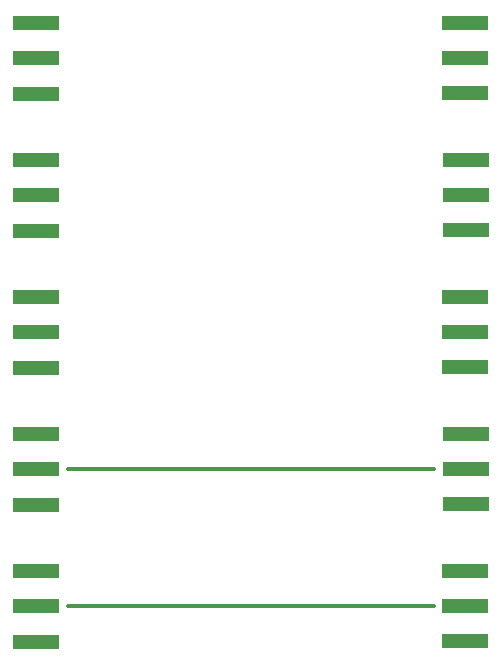
<source format=gtp>
%TF.GenerationSoftware,KiCad,Pcbnew,(6.0.2)*%
%TF.CreationDate,2022-07-21T18:21:11-07:00*%
%TF.ProjectId,testCoupon,74657374-436f-4757-906f-6e2e6b696361,1*%
%TF.SameCoordinates,Original*%
%TF.FileFunction,Paste,Top*%
%TF.FilePolarity,Positive*%
%FSLAX46Y46*%
G04 Gerber Fmt 4.6, Leading zero omitted, Abs format (unit mm)*
G04 Created by KiCad (PCBNEW (6.0.2)) date 2022-07-21 18:21:11*
%MOMM*%
%LPD*%
G01*
G04 APERTURE LIST*
%ADD10R,4.000000X1.200000*%
%ADD11R,4.000000X1.280000*%
%ADD12O,31.360000X0.296416*%
%ADD13O,31.360000X0.297180*%
G04 APERTURE END LIST*
D10*
%TO.C,J6*%
X174400000Y-86100000D03*
D11*
X174400000Y-83110000D03*
X174400000Y-89080000D03*
%TD*%
D10*
%TO.C,J3*%
X138000000Y-74500000D03*
D11*
X138000000Y-77490000D03*
X138000000Y-71520000D03*
%TD*%
D10*
%TO.C,J4*%
X174404250Y-74500000D03*
D11*
X174404250Y-71510000D03*
X174404250Y-77480000D03*
%TD*%
D10*
%TO.C,J7*%
X138006757Y-97700000D03*
D11*
X138006757Y-100690000D03*
X138006757Y-94720000D03*
%TD*%
D10*
%TO.C,J1*%
X138000000Y-62900000D03*
D11*
X138000000Y-65890000D03*
X138000000Y-59920000D03*
%TD*%
D10*
%TO.C,J8*%
X174406757Y-97700000D03*
D11*
X174406757Y-94710000D03*
X174406757Y-100680000D03*
%TD*%
D10*
%TO.C,J2*%
X174400000Y-62900000D03*
D11*
X174400000Y-59910000D03*
X174400000Y-65880000D03*
%TD*%
D10*
%TO.C,J5*%
X138000000Y-86100000D03*
D11*
X138000000Y-89090000D03*
X138000000Y-83120000D03*
%TD*%
D10*
%TO.C,J10*%
X174400000Y-109300000D03*
D11*
X174400000Y-106310000D03*
X174400000Y-112280000D03*
%TD*%
D10*
%TO.C,J9*%
X138000000Y-109300000D03*
D11*
X138000000Y-112290000D03*
X138000000Y-106320000D03*
%TD*%
D12*
%TO.C,NT5*%
X156220000Y-109300000D03*
%TD*%
D13*
%TO.C,NT4*%
X156206757Y-97700000D03*
%TD*%
M02*

</source>
